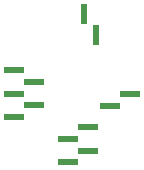
<source format=gbr>
%TF.GenerationSoftware,KiCad,Pcbnew,(5.1.7)-1*%
%TF.CreationDate,2021-04-19T22:56:07+02:00*%
%TF.ProjectId,TMA,544d412e-6b69-4636-9164-5f7063625858,rev?*%
%TF.SameCoordinates,Original*%
%TF.FileFunction,Paste,Bot*%
%TF.FilePolarity,Positive*%
%FSLAX46Y46*%
G04 Gerber Fmt 4.6, Leading zero omitted, Abs format (unit mm)*
G04 Created by KiCad (PCBNEW (5.1.7)-1) date 2021-04-19 22:56:07*
%MOMM*%
%LPD*%
G01*
G04 APERTURE LIST*
%ADD10R,1.750000X0.600000*%
%ADD11R,0.600000X1.750000*%
G04 APERTURE END LIST*
D10*
%TO.C,J4*%
X78345000Y-50300000D03*
X76595000Y-51300000D03*
%TD*%
%TO.C,J3*%
X74789000Y-53110000D03*
X74789000Y-55110000D03*
X73039000Y-54110000D03*
X73039000Y-56110000D03*
%TD*%
%TO.C,J2*%
X70217000Y-49292000D03*
X70217000Y-51292000D03*
X68467000Y-48292000D03*
X68467000Y-50292000D03*
X68467000Y-52292000D03*
%TD*%
D11*
%TO.C,J1*%
X74430000Y-43575000D03*
X75430000Y-45325000D03*
%TD*%
M02*

</source>
